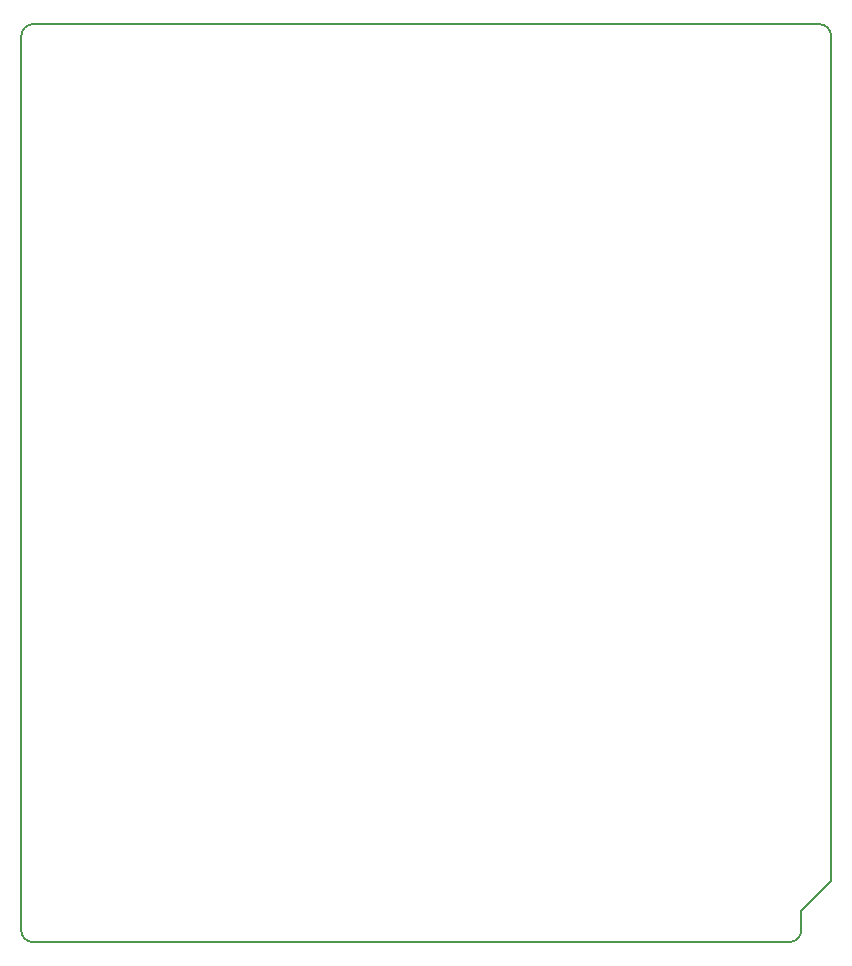
<source format=gm1>
G04 #@! TF.GenerationSoftware,KiCad,Pcbnew,5.0.0-rc2*
G04 #@! TF.CreationDate,2018-11-13T00:27:13-05:00*
G04 #@! TF.ProjectId,uno,756E6F2E6B696361645F706362000000,v1.0*
G04 #@! TF.SameCoordinates,Original*
G04 #@! TF.FileFunction,Profile,NP*
%FSLAX46Y46*%
G04 Gerber Fmt 4.6, Leading zero omitted, Abs format (unit mm)*
G04 Created by KiCad (PCBNEW 5.0.0-rc2) date Tue Nov 13 00:27:13 2018*
%MOMM*%
%LPD*%
G01*
G04 APERTURE LIST*
%ADD10C,0.152400*%
%ADD11C,0.150000*%
G04 APERTURE END LIST*
D10*
X86360000Y-110236000D02*
X86360000Y-108585000D01*
X88900000Y-34544000D02*
X88900000Y-73660000D01*
X21336000Y-33528000D02*
X87884000Y-33528000D01*
X20320000Y-110236000D02*
X20320000Y-57912000D01*
X20320000Y-34544000D02*
X20320000Y-57912000D01*
X21336000Y-111252000D02*
X85344000Y-111252000D01*
X21336000Y-111252000D02*
G75*
G02X20320000Y-110236000I0J1016000D01*
G01*
X86360000Y-110236000D02*
G75*
G02X85344000Y-111252000I-1016000J0D01*
G01*
X87884000Y-33528000D02*
G75*
G02X88900000Y-34544000I0J-1016000D01*
G01*
X20320000Y-34544000D02*
G75*
G02X21336000Y-33528000I1016000J0D01*
G01*
D11*
X88900000Y-106045000D02*
X88900000Y-73279000D01*
X86360000Y-108585000D02*
X88900000Y-106045000D01*
M02*

</source>
